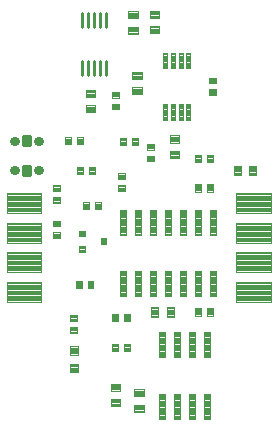
<source format=gbr>
G04 EAGLE Gerber RS-274X export*
G75*
%MOMM*%
%FSLAX34Y34*%
%LPD*%
%INSolderpaste Top*%
%IPPOS*%
%AMOC8*
5,1,8,0,0,1.08239X$1,22.5*%
G01*
%ADD10C,0.250000*%
%ADD11C,0.105000*%
%ADD12C,0.099000*%
%ADD13C,0.102000*%
%ADD14C,0.800000*%
%ADD15C,0.400000*%
%ADD16C,0.104000*%
%ADD17C,0.103631*%
%ADD18C,0.108000*%


D10*
X87000Y353250D02*
X87000Y341250D01*
X82000Y341250D02*
X82000Y353250D01*
X77000Y353250D02*
X77000Y341250D01*
X72000Y341250D02*
X72000Y353250D01*
X67000Y353250D02*
X67000Y341250D01*
X87000Y312750D02*
X87000Y300750D01*
X82000Y300750D02*
X82000Y312750D01*
X77000Y312750D02*
X77000Y300750D01*
X72000Y300750D02*
X72000Y312750D01*
X67000Y312750D02*
X67000Y300750D01*
D11*
X117353Y290159D02*
X117353Y284209D01*
X109403Y284209D01*
X109403Y290159D01*
X117353Y290159D01*
X117353Y285206D02*
X109403Y285206D01*
X109403Y286203D02*
X117353Y286203D01*
X117353Y287200D02*
X109403Y287200D01*
X109403Y288197D02*
X117353Y288197D01*
X117353Y289194D02*
X109403Y289194D01*
X117353Y297209D02*
X117353Y303159D01*
X117353Y297209D02*
X109403Y297209D01*
X109403Y303159D01*
X117353Y303159D01*
X117353Y298206D02*
X109403Y298206D01*
X109403Y299203D02*
X117353Y299203D01*
X117353Y300200D02*
X109403Y300200D01*
X109403Y301197D02*
X117353Y301197D01*
X117353Y302194D02*
X109403Y302194D01*
X77975Y274975D02*
X77975Y269025D01*
X70025Y269025D01*
X70025Y274975D01*
X77975Y274975D01*
X77975Y270022D02*
X70025Y270022D01*
X70025Y271019D02*
X77975Y271019D01*
X77975Y272016D02*
X70025Y272016D01*
X70025Y273013D02*
X77975Y273013D01*
X77975Y274010D02*
X70025Y274010D01*
X77975Y282025D02*
X77975Y287975D01*
X77975Y282025D02*
X70025Y282025D01*
X70025Y287975D01*
X77975Y287975D01*
X77975Y283022D02*
X70025Y283022D01*
X70025Y284019D02*
X77975Y284019D01*
X77975Y285016D02*
X70025Y285016D01*
X70025Y286013D02*
X77975Y286013D01*
X77975Y287010D02*
X70025Y287010D01*
X148975Y236475D02*
X148975Y230525D01*
X141025Y230525D01*
X141025Y236475D01*
X148975Y236475D01*
X148975Y231522D02*
X141025Y231522D01*
X141025Y232519D02*
X148975Y232519D01*
X148975Y233516D02*
X141025Y233516D01*
X141025Y234513D02*
X148975Y234513D01*
X148975Y235510D02*
X141025Y235510D01*
X148975Y243525D02*
X148975Y249475D01*
X148975Y243525D02*
X141025Y243525D01*
X141025Y249475D01*
X148975Y249475D01*
X148975Y244522D02*
X141025Y244522D01*
X141025Y245519D02*
X148975Y245519D01*
X148975Y246516D02*
X141025Y246516D01*
X141025Y247513D02*
X148975Y247513D01*
X148975Y248510D02*
X141025Y248510D01*
X195525Y216025D02*
X201475Y216025D01*
X195525Y216025D02*
X195525Y223975D01*
X201475Y223975D01*
X201475Y216025D01*
X201475Y217022D02*
X195525Y217022D01*
X195525Y218019D02*
X201475Y218019D01*
X201475Y219016D02*
X195525Y219016D01*
X195525Y220013D02*
X201475Y220013D01*
X201475Y221010D02*
X195525Y221010D01*
X195525Y222007D02*
X201475Y222007D01*
X201475Y223004D02*
X195525Y223004D01*
X208525Y216025D02*
X214475Y216025D01*
X208525Y216025D02*
X208525Y223975D01*
X214475Y223975D01*
X214475Y216025D01*
X214475Y217022D02*
X208525Y217022D01*
X208525Y218019D02*
X214475Y218019D01*
X214475Y219016D02*
X208525Y219016D01*
X208525Y220013D02*
X214475Y220013D01*
X214475Y221010D02*
X208525Y221010D01*
X208525Y222007D02*
X214475Y222007D01*
X214475Y223004D02*
X208525Y223004D01*
X131475Y96025D02*
X125525Y96025D01*
X125525Y103975D01*
X131475Y103975D01*
X131475Y96025D01*
X131475Y97022D02*
X125525Y97022D01*
X125525Y98019D02*
X131475Y98019D01*
X131475Y99016D02*
X125525Y99016D01*
X125525Y100013D02*
X131475Y100013D01*
X131475Y101010D02*
X125525Y101010D01*
X125525Y102007D02*
X131475Y102007D01*
X131475Y103004D02*
X125525Y103004D01*
X138525Y96025D02*
X144475Y96025D01*
X138525Y96025D02*
X138525Y103975D01*
X144475Y103975D01*
X144475Y96025D01*
X144475Y97022D02*
X138525Y97022D01*
X138525Y98019D02*
X144475Y98019D01*
X144475Y99016D02*
X138525Y99016D01*
X138525Y100013D02*
X144475Y100013D01*
X144475Y101010D02*
X138525Y101010D01*
X138525Y102007D02*
X144475Y102007D01*
X144475Y103004D02*
X138525Y103004D01*
X91025Y39475D02*
X91025Y33525D01*
X91025Y39475D02*
X98975Y39475D01*
X98975Y33525D01*
X91025Y33525D01*
X91025Y34522D02*
X98975Y34522D01*
X98975Y35519D02*
X91025Y35519D01*
X91025Y36516D02*
X98975Y36516D01*
X98975Y37513D02*
X91025Y37513D01*
X91025Y38510D02*
X98975Y38510D01*
X91025Y26475D02*
X91025Y20525D01*
X91025Y26475D02*
X98975Y26475D01*
X98975Y20525D01*
X91025Y20525D01*
X91025Y21522D02*
X98975Y21522D01*
X98975Y22519D02*
X91025Y22519D01*
X91025Y23516D02*
X98975Y23516D01*
X98975Y24513D02*
X91025Y24513D01*
X91025Y25510D02*
X98975Y25510D01*
X118975Y21475D02*
X118975Y15525D01*
X111025Y15525D01*
X111025Y21475D01*
X118975Y21475D01*
X118975Y16522D02*
X111025Y16522D01*
X111025Y17519D02*
X118975Y17519D01*
X118975Y18516D02*
X111025Y18516D01*
X111025Y19513D02*
X118975Y19513D01*
X118975Y20510D02*
X111025Y20510D01*
X118975Y28525D02*
X118975Y34475D01*
X118975Y28525D02*
X111025Y28525D01*
X111025Y34475D01*
X118975Y34475D01*
X118975Y29522D02*
X111025Y29522D01*
X111025Y30519D02*
X118975Y30519D01*
X118975Y31516D02*
X111025Y31516D01*
X111025Y32513D02*
X118975Y32513D01*
X118975Y33510D02*
X111025Y33510D01*
X113975Y335525D02*
X113975Y341475D01*
X113975Y335525D02*
X106025Y335525D01*
X106025Y341475D01*
X113975Y341475D01*
X113975Y336522D02*
X106025Y336522D01*
X106025Y337519D02*
X113975Y337519D01*
X113975Y338516D02*
X106025Y338516D01*
X106025Y339513D02*
X113975Y339513D01*
X113975Y340510D02*
X106025Y340510D01*
X113975Y348525D02*
X113975Y354475D01*
X113975Y348525D02*
X106025Y348525D01*
X106025Y354475D01*
X113975Y354475D01*
X113975Y349522D02*
X106025Y349522D01*
X106025Y350519D02*
X113975Y350519D01*
X113975Y351516D02*
X106025Y351516D01*
X106025Y352513D02*
X113975Y352513D01*
X113975Y353510D02*
X106025Y353510D01*
X131975Y341975D02*
X131975Y336025D01*
X124025Y336025D01*
X124025Y341975D01*
X131975Y341975D01*
X131975Y337022D02*
X124025Y337022D01*
X124025Y338019D02*
X131975Y338019D01*
X131975Y339016D02*
X124025Y339016D01*
X124025Y340013D02*
X131975Y340013D01*
X131975Y341010D02*
X124025Y341010D01*
X131975Y349025D02*
X131975Y354975D01*
X131975Y349025D02*
X124025Y349025D01*
X124025Y354975D01*
X131975Y354975D01*
X131975Y350022D02*
X124025Y350022D01*
X124025Y351019D02*
X131975Y351019D01*
X131975Y352016D02*
X124025Y352016D01*
X124025Y353013D02*
X131975Y353013D01*
X131975Y354010D02*
X124025Y354010D01*
D12*
X64495Y169005D02*
X64495Y163995D01*
X64495Y169005D02*
X69005Y169005D01*
X69005Y163995D01*
X64495Y163995D01*
X64495Y164935D02*
X69005Y164935D01*
X69005Y165875D02*
X64495Y165875D01*
X64495Y166815D02*
X69005Y166815D01*
X69005Y167755D02*
X64495Y167755D01*
X64495Y168695D02*
X69005Y168695D01*
X64495Y156005D02*
X64495Y150995D01*
X64495Y156005D02*
X69005Y156005D01*
X69005Y150995D01*
X64495Y150995D01*
X64495Y151935D02*
X69005Y151935D01*
X69005Y152875D02*
X64495Y152875D01*
X64495Y153815D02*
X69005Y153815D01*
X69005Y154755D02*
X64495Y154755D01*
X64495Y155695D02*
X69005Y155695D01*
X82995Y157495D02*
X82995Y162505D01*
X87505Y162505D01*
X87505Y157495D01*
X82995Y157495D01*
X82995Y158435D02*
X87505Y158435D01*
X87505Y159375D02*
X82995Y159375D01*
X82995Y160315D02*
X87505Y160315D01*
X87505Y161255D02*
X82995Y161255D01*
X82995Y162195D02*
X87505Y162195D01*
D13*
X162910Y186490D02*
X167890Y186490D01*
X167890Y165510D01*
X162910Y165510D01*
X162910Y186490D01*
X162910Y166479D02*
X167890Y166479D01*
X167890Y167448D02*
X162910Y167448D01*
X162910Y168417D02*
X167890Y168417D01*
X167890Y169386D02*
X162910Y169386D01*
X162910Y170355D02*
X167890Y170355D01*
X167890Y171324D02*
X162910Y171324D01*
X162910Y172293D02*
X167890Y172293D01*
X167890Y173262D02*
X162910Y173262D01*
X162910Y174231D02*
X167890Y174231D01*
X167890Y175200D02*
X162910Y175200D01*
X162910Y176169D02*
X167890Y176169D01*
X167890Y177138D02*
X162910Y177138D01*
X162910Y178107D02*
X167890Y178107D01*
X167890Y179076D02*
X162910Y179076D01*
X162910Y180045D02*
X167890Y180045D01*
X167890Y181014D02*
X162910Y181014D01*
X162910Y181983D02*
X167890Y181983D01*
X167890Y182952D02*
X162910Y182952D01*
X162910Y183921D02*
X167890Y183921D01*
X167890Y184890D02*
X162910Y184890D01*
X162910Y185859D02*
X167890Y185859D01*
X167890Y134490D02*
X162910Y134490D01*
X167890Y134490D02*
X167890Y113510D01*
X162910Y113510D01*
X162910Y134490D01*
X162910Y114479D02*
X167890Y114479D01*
X167890Y115448D02*
X162910Y115448D01*
X162910Y116417D02*
X167890Y116417D01*
X167890Y117386D02*
X162910Y117386D01*
X162910Y118355D02*
X167890Y118355D01*
X167890Y119324D02*
X162910Y119324D01*
X162910Y120293D02*
X167890Y120293D01*
X167890Y121262D02*
X162910Y121262D01*
X162910Y122231D02*
X167890Y122231D01*
X167890Y123200D02*
X162910Y123200D01*
X162910Y124169D02*
X167890Y124169D01*
X167890Y125138D02*
X162910Y125138D01*
X162910Y126107D02*
X167890Y126107D01*
X167890Y127076D02*
X162910Y127076D01*
X162910Y128045D02*
X167890Y128045D01*
X167890Y129014D02*
X162910Y129014D01*
X162910Y129983D02*
X167890Y129983D01*
X167890Y130952D02*
X162910Y130952D01*
X162910Y131921D02*
X167890Y131921D01*
X167890Y132890D02*
X162910Y132890D01*
X162910Y133859D02*
X167890Y133859D01*
X175610Y186490D02*
X180590Y186490D01*
X180590Y165510D01*
X175610Y165510D01*
X175610Y186490D01*
X175610Y166479D02*
X180590Y166479D01*
X180590Y167448D02*
X175610Y167448D01*
X175610Y168417D02*
X180590Y168417D01*
X180590Y169386D02*
X175610Y169386D01*
X175610Y170355D02*
X180590Y170355D01*
X180590Y171324D02*
X175610Y171324D01*
X175610Y172293D02*
X180590Y172293D01*
X180590Y173262D02*
X175610Y173262D01*
X175610Y174231D02*
X180590Y174231D01*
X180590Y175200D02*
X175610Y175200D01*
X175610Y176169D02*
X180590Y176169D01*
X180590Y177138D02*
X175610Y177138D01*
X175610Y178107D02*
X180590Y178107D01*
X180590Y179076D02*
X175610Y179076D01*
X175610Y180045D02*
X180590Y180045D01*
X180590Y181014D02*
X175610Y181014D01*
X175610Y181983D02*
X180590Y181983D01*
X180590Y182952D02*
X175610Y182952D01*
X175610Y183921D02*
X180590Y183921D01*
X180590Y184890D02*
X175610Y184890D01*
X175610Y185859D02*
X180590Y185859D01*
X155190Y186490D02*
X150210Y186490D01*
X155190Y186490D02*
X155190Y165510D01*
X150210Y165510D01*
X150210Y186490D01*
X150210Y166479D02*
X155190Y166479D01*
X155190Y167448D02*
X150210Y167448D01*
X150210Y168417D02*
X155190Y168417D01*
X155190Y169386D02*
X150210Y169386D01*
X150210Y170355D02*
X155190Y170355D01*
X155190Y171324D02*
X150210Y171324D01*
X150210Y172293D02*
X155190Y172293D01*
X155190Y173262D02*
X150210Y173262D01*
X150210Y174231D02*
X155190Y174231D01*
X155190Y175200D02*
X150210Y175200D01*
X150210Y176169D02*
X155190Y176169D01*
X155190Y177138D02*
X150210Y177138D01*
X150210Y178107D02*
X155190Y178107D01*
X155190Y179076D02*
X150210Y179076D01*
X150210Y180045D02*
X155190Y180045D01*
X155190Y181014D02*
X150210Y181014D01*
X150210Y181983D02*
X155190Y181983D01*
X155190Y182952D02*
X150210Y182952D01*
X150210Y183921D02*
X155190Y183921D01*
X155190Y184890D02*
X150210Y184890D01*
X150210Y185859D02*
X155190Y185859D01*
X142490Y186490D02*
X137510Y186490D01*
X142490Y186490D02*
X142490Y165510D01*
X137510Y165510D01*
X137510Y186490D01*
X137510Y166479D02*
X142490Y166479D01*
X142490Y167448D02*
X137510Y167448D01*
X137510Y168417D02*
X142490Y168417D01*
X142490Y169386D02*
X137510Y169386D01*
X137510Y170355D02*
X142490Y170355D01*
X142490Y171324D02*
X137510Y171324D01*
X137510Y172293D02*
X142490Y172293D01*
X142490Y173262D02*
X137510Y173262D01*
X137510Y174231D02*
X142490Y174231D01*
X142490Y175200D02*
X137510Y175200D01*
X137510Y176169D02*
X142490Y176169D01*
X142490Y177138D02*
X137510Y177138D01*
X137510Y178107D02*
X142490Y178107D01*
X142490Y179076D02*
X137510Y179076D01*
X137510Y180045D02*
X142490Y180045D01*
X142490Y181014D02*
X137510Y181014D01*
X137510Y181983D02*
X142490Y181983D01*
X142490Y182952D02*
X137510Y182952D01*
X137510Y183921D02*
X142490Y183921D01*
X142490Y184890D02*
X137510Y184890D01*
X137510Y185859D02*
X142490Y185859D01*
X175610Y134490D02*
X180590Y134490D01*
X180590Y113510D01*
X175610Y113510D01*
X175610Y134490D01*
X175610Y114479D02*
X180590Y114479D01*
X180590Y115448D02*
X175610Y115448D01*
X175610Y116417D02*
X180590Y116417D01*
X180590Y117386D02*
X175610Y117386D01*
X175610Y118355D02*
X180590Y118355D01*
X180590Y119324D02*
X175610Y119324D01*
X175610Y120293D02*
X180590Y120293D01*
X180590Y121262D02*
X175610Y121262D01*
X175610Y122231D02*
X180590Y122231D01*
X180590Y123200D02*
X175610Y123200D01*
X175610Y124169D02*
X180590Y124169D01*
X180590Y125138D02*
X175610Y125138D01*
X175610Y126107D02*
X180590Y126107D01*
X180590Y127076D02*
X175610Y127076D01*
X175610Y128045D02*
X180590Y128045D01*
X180590Y129014D02*
X175610Y129014D01*
X175610Y129983D02*
X180590Y129983D01*
X180590Y130952D02*
X175610Y130952D01*
X175610Y131921D02*
X180590Y131921D01*
X180590Y132890D02*
X175610Y132890D01*
X175610Y133859D02*
X180590Y133859D01*
X155190Y134490D02*
X150210Y134490D01*
X155190Y134490D02*
X155190Y113510D01*
X150210Y113510D01*
X150210Y134490D01*
X150210Y114479D02*
X155190Y114479D01*
X155190Y115448D02*
X150210Y115448D01*
X150210Y116417D02*
X155190Y116417D01*
X155190Y117386D02*
X150210Y117386D01*
X150210Y118355D02*
X155190Y118355D01*
X155190Y119324D02*
X150210Y119324D01*
X150210Y120293D02*
X155190Y120293D01*
X155190Y121262D02*
X150210Y121262D01*
X150210Y122231D02*
X155190Y122231D01*
X155190Y123200D02*
X150210Y123200D01*
X150210Y124169D02*
X155190Y124169D01*
X155190Y125138D02*
X150210Y125138D01*
X150210Y126107D02*
X155190Y126107D01*
X155190Y127076D02*
X150210Y127076D01*
X150210Y128045D02*
X155190Y128045D01*
X155190Y129014D02*
X150210Y129014D01*
X150210Y129983D02*
X155190Y129983D01*
X155190Y130952D02*
X150210Y130952D01*
X150210Y131921D02*
X155190Y131921D01*
X155190Y132890D02*
X150210Y132890D01*
X150210Y133859D02*
X155190Y133859D01*
X142490Y134490D02*
X137510Y134490D01*
X142490Y134490D02*
X142490Y113510D01*
X137510Y113510D01*
X137510Y134490D01*
X137510Y114479D02*
X142490Y114479D01*
X142490Y115448D02*
X137510Y115448D01*
X137510Y116417D02*
X142490Y116417D01*
X142490Y117386D02*
X137510Y117386D01*
X137510Y118355D02*
X142490Y118355D01*
X142490Y119324D02*
X137510Y119324D01*
X137510Y120293D02*
X142490Y120293D01*
X142490Y121262D02*
X137510Y121262D01*
X137510Y122231D02*
X142490Y122231D01*
X142490Y123200D02*
X137510Y123200D01*
X137510Y124169D02*
X142490Y124169D01*
X142490Y125138D02*
X137510Y125138D01*
X137510Y126107D02*
X142490Y126107D01*
X142490Y127076D02*
X137510Y127076D01*
X137510Y128045D02*
X142490Y128045D01*
X142490Y129014D02*
X137510Y129014D01*
X137510Y129983D02*
X142490Y129983D01*
X142490Y130952D02*
X137510Y130952D01*
X137510Y131921D02*
X142490Y131921D01*
X142490Y132890D02*
X137510Y132890D01*
X137510Y133859D02*
X142490Y133859D01*
X117090Y186490D02*
X112110Y186490D01*
X117090Y186490D02*
X117090Y165510D01*
X112110Y165510D01*
X112110Y186490D01*
X112110Y166479D02*
X117090Y166479D01*
X117090Y167448D02*
X112110Y167448D01*
X112110Y168417D02*
X117090Y168417D01*
X117090Y169386D02*
X112110Y169386D01*
X112110Y170355D02*
X117090Y170355D01*
X117090Y171324D02*
X112110Y171324D01*
X112110Y172293D02*
X117090Y172293D01*
X117090Y173262D02*
X112110Y173262D01*
X112110Y174231D02*
X117090Y174231D01*
X117090Y175200D02*
X112110Y175200D01*
X112110Y176169D02*
X117090Y176169D01*
X117090Y177138D02*
X112110Y177138D01*
X112110Y178107D02*
X117090Y178107D01*
X117090Y179076D02*
X112110Y179076D01*
X112110Y180045D02*
X117090Y180045D01*
X117090Y181014D02*
X112110Y181014D01*
X112110Y181983D02*
X117090Y181983D01*
X117090Y182952D02*
X112110Y182952D01*
X112110Y183921D02*
X117090Y183921D01*
X117090Y184890D02*
X112110Y184890D01*
X112110Y185859D02*
X117090Y185859D01*
X117090Y134490D02*
X112110Y134490D01*
X117090Y134490D02*
X117090Y113510D01*
X112110Y113510D01*
X112110Y134490D01*
X112110Y114479D02*
X117090Y114479D01*
X117090Y115448D02*
X112110Y115448D01*
X112110Y116417D02*
X117090Y116417D01*
X117090Y117386D02*
X112110Y117386D01*
X112110Y118355D02*
X117090Y118355D01*
X117090Y119324D02*
X112110Y119324D01*
X112110Y120293D02*
X117090Y120293D01*
X117090Y121262D02*
X112110Y121262D01*
X112110Y122231D02*
X117090Y122231D01*
X117090Y123200D02*
X112110Y123200D01*
X112110Y124169D02*
X117090Y124169D01*
X117090Y125138D02*
X112110Y125138D01*
X112110Y126107D02*
X117090Y126107D01*
X117090Y127076D02*
X112110Y127076D01*
X112110Y128045D02*
X117090Y128045D01*
X117090Y129014D02*
X112110Y129014D01*
X112110Y129983D02*
X117090Y129983D01*
X117090Y130952D02*
X112110Y130952D01*
X112110Y131921D02*
X117090Y131921D01*
X117090Y132890D02*
X112110Y132890D01*
X112110Y133859D02*
X117090Y133859D01*
X124810Y186490D02*
X129790Y186490D01*
X129790Y165510D01*
X124810Y165510D01*
X124810Y186490D01*
X124810Y166479D02*
X129790Y166479D01*
X129790Y167448D02*
X124810Y167448D01*
X124810Y168417D02*
X129790Y168417D01*
X129790Y169386D02*
X124810Y169386D01*
X124810Y170355D02*
X129790Y170355D01*
X129790Y171324D02*
X124810Y171324D01*
X124810Y172293D02*
X129790Y172293D01*
X129790Y173262D02*
X124810Y173262D01*
X124810Y174231D02*
X129790Y174231D01*
X129790Y175200D02*
X124810Y175200D01*
X124810Y176169D02*
X129790Y176169D01*
X129790Y177138D02*
X124810Y177138D01*
X124810Y178107D02*
X129790Y178107D01*
X129790Y179076D02*
X124810Y179076D01*
X124810Y180045D02*
X129790Y180045D01*
X129790Y181014D02*
X124810Y181014D01*
X124810Y181983D02*
X129790Y181983D01*
X129790Y182952D02*
X124810Y182952D01*
X124810Y183921D02*
X129790Y183921D01*
X129790Y184890D02*
X124810Y184890D01*
X124810Y185859D02*
X129790Y185859D01*
X104390Y186490D02*
X99410Y186490D01*
X104390Y186490D02*
X104390Y165510D01*
X99410Y165510D01*
X99410Y186490D01*
X99410Y166479D02*
X104390Y166479D01*
X104390Y167448D02*
X99410Y167448D01*
X99410Y168417D02*
X104390Y168417D01*
X104390Y169386D02*
X99410Y169386D01*
X99410Y170355D02*
X104390Y170355D01*
X104390Y171324D02*
X99410Y171324D01*
X99410Y172293D02*
X104390Y172293D01*
X104390Y173262D02*
X99410Y173262D01*
X99410Y174231D02*
X104390Y174231D01*
X104390Y175200D02*
X99410Y175200D01*
X99410Y176169D02*
X104390Y176169D01*
X104390Y177138D02*
X99410Y177138D01*
X99410Y178107D02*
X104390Y178107D01*
X104390Y179076D02*
X99410Y179076D01*
X99410Y180045D02*
X104390Y180045D01*
X104390Y181014D02*
X99410Y181014D01*
X99410Y181983D02*
X104390Y181983D01*
X104390Y182952D02*
X99410Y182952D01*
X99410Y183921D02*
X104390Y183921D01*
X104390Y184890D02*
X99410Y184890D01*
X99410Y185859D02*
X104390Y185859D01*
X124810Y134490D02*
X129790Y134490D01*
X129790Y113510D01*
X124810Y113510D01*
X124810Y134490D01*
X124810Y114479D02*
X129790Y114479D01*
X129790Y115448D02*
X124810Y115448D01*
X124810Y116417D02*
X129790Y116417D01*
X129790Y117386D02*
X124810Y117386D01*
X124810Y118355D02*
X129790Y118355D01*
X129790Y119324D02*
X124810Y119324D01*
X124810Y120293D02*
X129790Y120293D01*
X129790Y121262D02*
X124810Y121262D01*
X124810Y122231D02*
X129790Y122231D01*
X129790Y123200D02*
X124810Y123200D01*
X124810Y124169D02*
X129790Y124169D01*
X129790Y125138D02*
X124810Y125138D01*
X124810Y126107D02*
X129790Y126107D01*
X129790Y127076D02*
X124810Y127076D01*
X124810Y128045D02*
X129790Y128045D01*
X129790Y129014D02*
X124810Y129014D01*
X124810Y129983D02*
X129790Y129983D01*
X129790Y130952D02*
X124810Y130952D01*
X124810Y131921D02*
X129790Y131921D01*
X129790Y132890D02*
X124810Y132890D01*
X124810Y133859D02*
X129790Y133859D01*
X104390Y134490D02*
X99410Y134490D01*
X104390Y134490D02*
X104390Y113510D01*
X99410Y113510D01*
X99410Y134490D01*
X99410Y114479D02*
X104390Y114479D01*
X104390Y115448D02*
X99410Y115448D01*
X99410Y116417D02*
X104390Y116417D01*
X104390Y117386D02*
X99410Y117386D01*
X99410Y118355D02*
X104390Y118355D01*
X104390Y119324D02*
X99410Y119324D01*
X99410Y120293D02*
X104390Y120293D01*
X104390Y121262D02*
X99410Y121262D01*
X99410Y122231D02*
X104390Y122231D01*
X104390Y123200D02*
X99410Y123200D01*
X99410Y124169D02*
X104390Y124169D01*
X104390Y125138D02*
X99410Y125138D01*
X99410Y126107D02*
X104390Y126107D01*
X104390Y127076D02*
X99410Y127076D01*
X99410Y128045D02*
X104390Y128045D01*
X104390Y129014D02*
X99410Y129014D01*
X99410Y129983D02*
X104390Y129983D01*
X104390Y130952D02*
X99410Y130952D01*
X99410Y131921D02*
X104390Y131921D01*
X104390Y132890D02*
X99410Y132890D01*
X99410Y133859D02*
X104390Y133859D01*
D14*
X30605Y220000D02*
X29715Y220000D01*
D15*
X18000Y217000D02*
X18000Y223000D01*
X22000Y223000D01*
X22000Y217000D01*
X18000Y217000D01*
X18000Y220800D02*
X22000Y220800D01*
D14*
X10285Y220000D02*
X9395Y220000D01*
X29715Y245000D02*
X30605Y245000D01*
D15*
X18000Y242000D02*
X18000Y248000D01*
X22000Y248000D01*
X22000Y242000D01*
X18000Y242000D01*
X18000Y245800D02*
X22000Y245800D01*
D14*
X10285Y245000D02*
X9395Y245000D01*
D16*
X56520Y55980D02*
X63480Y55980D01*
X63480Y49020D01*
X56520Y49020D01*
X56520Y55980D01*
X56520Y50008D02*
X63480Y50008D01*
X63480Y50996D02*
X56520Y50996D01*
X56520Y51984D02*
X63480Y51984D01*
X63480Y52972D02*
X56520Y52972D01*
X56520Y53960D02*
X63480Y53960D01*
X63480Y54948D02*
X56520Y54948D01*
X56520Y55936D02*
X63480Y55936D01*
X63480Y70980D02*
X56520Y70980D01*
X63480Y70980D02*
X63480Y64020D01*
X56520Y64020D01*
X56520Y70980D01*
X56520Y65008D02*
X63480Y65008D01*
X63480Y65996D02*
X56520Y65996D01*
X56520Y66984D02*
X63480Y66984D01*
X63480Y67972D02*
X56520Y67972D01*
X56520Y68960D02*
X63480Y68960D01*
X63480Y69948D02*
X56520Y69948D01*
X56520Y70936D02*
X63480Y70936D01*
D17*
X155011Y306250D02*
X155011Y319438D01*
X158293Y319438D01*
X158293Y306250D01*
X155011Y306250D01*
X155011Y307234D02*
X158293Y307234D01*
X158293Y308218D02*
X155011Y308218D01*
X155011Y309202D02*
X158293Y309202D01*
X158293Y310186D02*
X155011Y310186D01*
X155011Y311170D02*
X158293Y311170D01*
X158293Y312154D02*
X155011Y312154D01*
X155011Y313138D02*
X158293Y313138D01*
X158293Y314122D02*
X155011Y314122D01*
X155011Y315106D02*
X158293Y315106D01*
X158293Y316090D02*
X155011Y316090D01*
X155011Y317074D02*
X158293Y317074D01*
X158293Y318058D02*
X155011Y318058D01*
X155011Y319042D02*
X158293Y319042D01*
X148661Y319438D02*
X148661Y306250D01*
X148661Y319438D02*
X151943Y319438D01*
X151943Y306250D01*
X148661Y306250D01*
X148661Y307234D02*
X151943Y307234D01*
X151943Y308218D02*
X148661Y308218D01*
X148661Y309202D02*
X151943Y309202D01*
X151943Y310186D02*
X148661Y310186D01*
X148661Y311170D02*
X151943Y311170D01*
X151943Y312154D02*
X148661Y312154D01*
X148661Y313138D02*
X151943Y313138D01*
X151943Y314122D02*
X148661Y314122D01*
X148661Y315106D02*
X151943Y315106D01*
X151943Y316090D02*
X148661Y316090D01*
X148661Y317074D02*
X151943Y317074D01*
X151943Y318058D02*
X148661Y318058D01*
X148661Y319042D02*
X151943Y319042D01*
X142057Y319438D02*
X142057Y306250D01*
X142057Y319438D02*
X145339Y319438D01*
X145339Y306250D01*
X142057Y306250D01*
X142057Y307234D02*
X145339Y307234D01*
X145339Y308218D02*
X142057Y308218D01*
X142057Y309202D02*
X145339Y309202D01*
X145339Y310186D02*
X142057Y310186D01*
X142057Y311170D02*
X145339Y311170D01*
X145339Y312154D02*
X142057Y312154D01*
X142057Y313138D02*
X145339Y313138D01*
X145339Y314122D02*
X142057Y314122D01*
X142057Y315106D02*
X145339Y315106D01*
X145339Y316090D02*
X142057Y316090D01*
X142057Y317074D02*
X145339Y317074D01*
X145339Y318058D02*
X142057Y318058D01*
X142057Y319042D02*
X145339Y319042D01*
X135707Y319438D02*
X135707Y306250D01*
X135707Y319438D02*
X138989Y319438D01*
X138989Y306250D01*
X135707Y306250D01*
X135707Y307234D02*
X138989Y307234D01*
X138989Y308218D02*
X135707Y308218D01*
X135707Y309202D02*
X138989Y309202D01*
X138989Y310186D02*
X135707Y310186D01*
X135707Y311170D02*
X138989Y311170D01*
X138989Y312154D02*
X135707Y312154D01*
X135707Y313138D02*
X138989Y313138D01*
X138989Y314122D02*
X135707Y314122D01*
X135707Y315106D02*
X138989Y315106D01*
X138989Y316090D02*
X135707Y316090D01*
X135707Y317074D02*
X138989Y317074D01*
X138989Y318058D02*
X135707Y318058D01*
X135707Y319042D02*
X138989Y319042D01*
X135707Y275750D02*
X135707Y262562D01*
X135707Y275750D02*
X138989Y275750D01*
X138989Y262562D01*
X135707Y262562D01*
X135707Y263546D02*
X138989Y263546D01*
X138989Y264530D02*
X135707Y264530D01*
X135707Y265514D02*
X138989Y265514D01*
X138989Y266498D02*
X135707Y266498D01*
X135707Y267482D02*
X138989Y267482D01*
X138989Y268466D02*
X135707Y268466D01*
X135707Y269450D02*
X138989Y269450D01*
X138989Y270434D02*
X135707Y270434D01*
X135707Y271418D02*
X138989Y271418D01*
X138989Y272402D02*
X135707Y272402D01*
X135707Y273386D02*
X138989Y273386D01*
X138989Y274370D02*
X135707Y274370D01*
X135707Y275354D02*
X138989Y275354D01*
X142057Y275750D02*
X142057Y262562D01*
X142057Y275750D02*
X145339Y275750D01*
X145339Y262562D01*
X142057Y262562D01*
X142057Y263546D02*
X145339Y263546D01*
X145339Y264530D02*
X142057Y264530D01*
X142057Y265514D02*
X145339Y265514D01*
X145339Y266498D02*
X142057Y266498D01*
X142057Y267482D02*
X145339Y267482D01*
X145339Y268466D02*
X142057Y268466D01*
X142057Y269450D02*
X145339Y269450D01*
X145339Y270434D02*
X142057Y270434D01*
X142057Y271418D02*
X145339Y271418D01*
X145339Y272402D02*
X142057Y272402D01*
X142057Y273386D02*
X145339Y273386D01*
X145339Y274370D02*
X142057Y274370D01*
X142057Y275354D02*
X145339Y275354D01*
X148661Y275750D02*
X148661Y262562D01*
X148661Y275750D02*
X151943Y275750D01*
X151943Y262562D01*
X148661Y262562D01*
X148661Y263546D02*
X151943Y263546D01*
X151943Y264530D02*
X148661Y264530D01*
X148661Y265514D02*
X151943Y265514D01*
X151943Y266498D02*
X148661Y266498D01*
X148661Y267482D02*
X151943Y267482D01*
X151943Y268466D02*
X148661Y268466D01*
X148661Y269450D02*
X151943Y269450D01*
X151943Y270434D02*
X148661Y270434D01*
X148661Y271418D02*
X151943Y271418D01*
X151943Y272402D02*
X148661Y272402D01*
X148661Y273386D02*
X151943Y273386D01*
X151943Y274370D02*
X148661Y274370D01*
X148661Y275354D02*
X151943Y275354D01*
X155011Y275750D02*
X155011Y262562D01*
X155011Y275750D02*
X158293Y275750D01*
X158293Y262562D01*
X155011Y262562D01*
X155011Y263546D02*
X158293Y263546D01*
X158293Y264530D02*
X155011Y264530D01*
X155011Y265514D02*
X158293Y265514D01*
X158293Y266498D02*
X155011Y266498D01*
X155011Y267482D02*
X158293Y267482D01*
X158293Y268466D02*
X155011Y268466D01*
X155011Y269450D02*
X158293Y269450D01*
X158293Y270434D02*
X155011Y270434D01*
X155011Y271418D02*
X158293Y271418D01*
X158293Y272402D02*
X155011Y272402D01*
X155011Y273386D02*
X158293Y273386D01*
X158293Y274370D02*
X155011Y274370D01*
X155011Y275354D02*
X158293Y275354D01*
D13*
X174010Y293510D02*
X174010Y298490D01*
X179990Y298490D01*
X179990Y293510D01*
X174010Y293510D01*
X174010Y294479D02*
X179990Y294479D01*
X179990Y295448D02*
X174010Y295448D01*
X174010Y296417D02*
X179990Y296417D01*
X179990Y297386D02*
X174010Y297386D01*
X174010Y298355D02*
X179990Y298355D01*
X174010Y288490D02*
X174010Y283510D01*
X174010Y288490D02*
X179990Y288490D01*
X179990Y283510D01*
X174010Y283510D01*
X174010Y284479D02*
X179990Y284479D01*
X179990Y285448D02*
X174010Y285448D01*
X174010Y286417D02*
X179990Y286417D01*
X179990Y287386D02*
X174010Y287386D01*
X174010Y288355D02*
X179990Y288355D01*
X107490Y97990D02*
X102510Y97990D01*
X107490Y97990D02*
X107490Y92010D01*
X102510Y92010D01*
X102510Y97990D01*
X102510Y92979D02*
X107490Y92979D01*
X107490Y93948D02*
X102510Y93948D01*
X102510Y94917D02*
X107490Y94917D01*
X107490Y95886D02*
X102510Y95886D01*
X102510Y96855D02*
X107490Y96855D01*
X107490Y97824D02*
X102510Y97824D01*
X97490Y97990D02*
X92510Y97990D01*
X97490Y97990D02*
X97490Y92010D01*
X92510Y92010D01*
X92510Y97990D01*
X92510Y92979D02*
X97490Y92979D01*
X97490Y93948D02*
X92510Y93948D01*
X92510Y94917D02*
X97490Y94917D01*
X97490Y95886D02*
X92510Y95886D01*
X92510Y96855D02*
X97490Y96855D01*
X97490Y97824D02*
X92510Y97824D01*
X92510Y67010D02*
X97490Y67010D01*
X92510Y67010D02*
X92510Y72990D01*
X97490Y72990D01*
X97490Y67010D01*
X97490Y67979D02*
X92510Y67979D01*
X92510Y68948D02*
X97490Y68948D01*
X97490Y69917D02*
X92510Y69917D01*
X92510Y70886D02*
X97490Y70886D01*
X97490Y71855D02*
X92510Y71855D01*
X92510Y72824D02*
X97490Y72824D01*
X102510Y67010D02*
X107490Y67010D01*
X102510Y67010D02*
X102510Y72990D01*
X107490Y72990D01*
X107490Y67010D01*
X107490Y67979D02*
X102510Y67979D01*
X102510Y68948D02*
X107490Y68948D01*
X107490Y69917D02*
X102510Y69917D01*
X102510Y70886D02*
X107490Y70886D01*
X107490Y71855D02*
X102510Y71855D01*
X102510Y72824D02*
X107490Y72824D01*
X82490Y192990D02*
X77510Y192990D01*
X82490Y192990D02*
X82490Y187010D01*
X77510Y187010D01*
X77510Y192990D01*
X77510Y187979D02*
X82490Y187979D01*
X82490Y188948D02*
X77510Y188948D01*
X77510Y189917D02*
X82490Y189917D01*
X82490Y190886D02*
X77510Y190886D01*
X77510Y191855D02*
X82490Y191855D01*
X82490Y192824D02*
X77510Y192824D01*
X72490Y192990D02*
X67510Y192990D01*
X72490Y192990D02*
X72490Y187010D01*
X67510Y187010D01*
X67510Y192990D01*
X67510Y187979D02*
X72490Y187979D01*
X72490Y188948D02*
X67510Y188948D01*
X67510Y189917D02*
X72490Y189917D01*
X72490Y190886D02*
X67510Y190886D01*
X67510Y191855D02*
X72490Y191855D01*
X72490Y192824D02*
X67510Y192824D01*
X99164Y241411D02*
X104144Y241411D01*
X99164Y241411D02*
X99164Y247391D01*
X104144Y247391D01*
X104144Y241411D01*
X104144Y242380D02*
X99164Y242380D01*
X99164Y243349D02*
X104144Y243349D01*
X104144Y244318D02*
X99164Y244318D01*
X99164Y245287D02*
X104144Y245287D01*
X104144Y246256D02*
X99164Y246256D01*
X99164Y247225D02*
X104144Y247225D01*
X109164Y241411D02*
X114144Y241411D01*
X109164Y241411D02*
X109164Y247391D01*
X114144Y247391D01*
X114144Y241411D01*
X114144Y242380D02*
X109164Y242380D01*
X109164Y243349D02*
X114144Y243349D01*
X114144Y244318D02*
X109164Y244318D01*
X109164Y245287D02*
X114144Y245287D01*
X114144Y246256D02*
X109164Y246256D01*
X109164Y247225D02*
X114144Y247225D01*
X67490Y217010D02*
X62510Y217010D01*
X62510Y222990D01*
X67490Y222990D01*
X67490Y217010D01*
X67490Y217979D02*
X62510Y217979D01*
X62510Y218948D02*
X67490Y218948D01*
X67490Y219917D02*
X62510Y219917D01*
X62510Y220886D02*
X67490Y220886D01*
X67490Y221855D02*
X62510Y221855D01*
X62510Y222824D02*
X67490Y222824D01*
X72510Y217010D02*
X77490Y217010D01*
X72510Y217010D02*
X72510Y222990D01*
X77490Y222990D01*
X77490Y217010D01*
X77490Y217979D02*
X72510Y217979D01*
X72510Y218948D02*
X77490Y218948D01*
X77490Y219917D02*
X72510Y219917D01*
X72510Y220886D02*
X77490Y220886D01*
X77490Y221855D02*
X72510Y221855D01*
X72510Y222824D02*
X77490Y222824D01*
X57010Y97490D02*
X57010Y92510D01*
X57010Y97490D02*
X62990Y97490D01*
X62990Y92510D01*
X57010Y92510D01*
X57010Y93479D02*
X62990Y93479D01*
X62990Y94448D02*
X57010Y94448D01*
X57010Y95417D02*
X62990Y95417D01*
X62990Y96386D02*
X57010Y96386D01*
X57010Y97355D02*
X62990Y97355D01*
X57010Y87490D02*
X57010Y82510D01*
X57010Y87490D02*
X62990Y87490D01*
X62990Y82510D01*
X57010Y82510D01*
X57010Y83479D02*
X62990Y83479D01*
X62990Y84448D02*
X57010Y84448D01*
X57010Y85417D02*
X62990Y85417D01*
X62990Y86386D02*
X57010Y86386D01*
X57010Y87355D02*
X62990Y87355D01*
X47990Y192510D02*
X47990Y197490D01*
X47990Y192510D02*
X42010Y192510D01*
X42010Y197490D01*
X47990Y197490D01*
X47990Y193479D02*
X42010Y193479D01*
X42010Y194448D02*
X47990Y194448D01*
X47990Y195417D02*
X42010Y195417D01*
X42010Y196386D02*
X47990Y196386D01*
X47990Y197355D02*
X42010Y197355D01*
X47990Y202510D02*
X47990Y207490D01*
X47990Y202510D02*
X42010Y202510D01*
X42010Y207490D01*
X47990Y207490D01*
X47990Y203479D02*
X42010Y203479D01*
X42010Y204448D02*
X47990Y204448D01*
X47990Y205417D02*
X42010Y205417D01*
X42010Y206386D02*
X47990Y206386D01*
X47990Y207355D02*
X42010Y207355D01*
X42010Y177490D02*
X42010Y172510D01*
X42010Y177490D02*
X47990Y177490D01*
X47990Y172510D01*
X42010Y172510D01*
X42010Y173479D02*
X47990Y173479D01*
X47990Y174448D02*
X42010Y174448D01*
X42010Y175417D02*
X47990Y175417D01*
X47990Y176386D02*
X42010Y176386D01*
X42010Y177355D02*
X47990Y177355D01*
X42010Y167490D02*
X42010Y162510D01*
X42010Y167490D02*
X47990Y167490D01*
X47990Y162510D01*
X42010Y162510D01*
X42010Y163479D02*
X47990Y163479D01*
X47990Y164448D02*
X42010Y164448D01*
X42010Y165417D02*
X47990Y165417D01*
X47990Y166386D02*
X42010Y166386D01*
X42010Y167355D02*
X47990Y167355D01*
X97990Y271510D02*
X97990Y276490D01*
X97990Y271510D02*
X92010Y271510D01*
X92010Y276490D01*
X97990Y276490D01*
X97990Y272479D02*
X92010Y272479D01*
X92010Y273448D02*
X97990Y273448D01*
X97990Y274417D02*
X92010Y274417D01*
X92010Y275386D02*
X97990Y275386D01*
X97990Y276355D02*
X92010Y276355D01*
X97990Y281510D02*
X97990Y286490D01*
X97990Y281510D02*
X92010Y281510D01*
X92010Y286490D01*
X97990Y286490D01*
X97990Y282479D02*
X92010Y282479D01*
X92010Y283448D02*
X97990Y283448D01*
X97990Y284417D02*
X92010Y284417D01*
X92010Y285386D02*
X97990Y285386D01*
X97990Y286355D02*
X92010Y286355D01*
X162510Y202010D02*
X167490Y202010D01*
X162510Y202010D02*
X162510Y207990D01*
X167490Y207990D01*
X167490Y202010D01*
X167490Y202979D02*
X162510Y202979D01*
X162510Y203948D02*
X167490Y203948D01*
X167490Y204917D02*
X162510Y204917D01*
X162510Y205886D02*
X167490Y205886D01*
X167490Y206855D02*
X162510Y206855D01*
X162510Y207824D02*
X167490Y207824D01*
X172510Y202010D02*
X177490Y202010D01*
X172510Y202010D02*
X172510Y207990D01*
X177490Y207990D01*
X177490Y202010D01*
X177490Y202979D02*
X172510Y202979D01*
X172510Y203948D02*
X177490Y203948D01*
X177490Y204917D02*
X172510Y204917D01*
X172510Y205886D02*
X177490Y205886D01*
X177490Y206855D02*
X172510Y206855D01*
X172510Y207824D02*
X177490Y207824D01*
X167490Y97010D02*
X162510Y97010D01*
X162510Y102990D01*
X167490Y102990D01*
X167490Y97010D01*
X167490Y97979D02*
X162510Y97979D01*
X162510Y98948D02*
X167490Y98948D01*
X167490Y99917D02*
X162510Y99917D01*
X162510Y100886D02*
X167490Y100886D01*
X167490Y101855D02*
X162510Y101855D01*
X162510Y102824D02*
X167490Y102824D01*
X172510Y97010D02*
X177490Y97010D01*
X172510Y97010D02*
X172510Y102990D01*
X177490Y102990D01*
X177490Y97010D01*
X177490Y97979D02*
X172510Y97979D01*
X172510Y98948D02*
X177490Y98948D01*
X177490Y99917D02*
X172510Y99917D01*
X172510Y100886D02*
X177490Y100886D01*
X177490Y101855D02*
X172510Y101855D01*
X172510Y102824D02*
X177490Y102824D01*
X122010Y237510D02*
X122010Y242490D01*
X127990Y242490D01*
X127990Y237510D01*
X122010Y237510D01*
X122010Y238479D02*
X127990Y238479D01*
X127990Y239448D02*
X122010Y239448D01*
X122010Y240417D02*
X127990Y240417D01*
X127990Y241386D02*
X122010Y241386D01*
X122010Y242355D02*
X127990Y242355D01*
X122010Y232490D02*
X122010Y227510D01*
X122010Y232490D02*
X127990Y232490D01*
X127990Y227510D01*
X122010Y227510D01*
X122010Y228479D02*
X127990Y228479D01*
X127990Y229448D02*
X122010Y229448D01*
X122010Y230417D02*
X127990Y230417D01*
X127990Y231386D02*
X122010Y231386D01*
X122010Y232355D02*
X127990Y232355D01*
X172510Y232990D02*
X177490Y232990D01*
X177490Y227010D01*
X172510Y227010D01*
X172510Y232990D01*
X172510Y227979D02*
X177490Y227979D01*
X177490Y228948D02*
X172510Y228948D01*
X172510Y229917D02*
X177490Y229917D01*
X177490Y230886D02*
X172510Y230886D01*
X172510Y231855D02*
X177490Y231855D01*
X177490Y232824D02*
X172510Y232824D01*
X167490Y232990D02*
X162510Y232990D01*
X167490Y232990D02*
X167490Y227010D01*
X162510Y227010D01*
X162510Y232990D01*
X162510Y227979D02*
X167490Y227979D01*
X167490Y228948D02*
X162510Y228948D01*
X162510Y229917D02*
X167490Y229917D01*
X167490Y230886D02*
X162510Y230886D01*
X162510Y231855D02*
X167490Y231855D01*
X167490Y232824D02*
X162510Y232824D01*
X67490Y247990D02*
X62510Y247990D01*
X67490Y247990D02*
X67490Y242010D01*
X62510Y242010D01*
X62510Y247990D01*
X62510Y242979D02*
X67490Y242979D01*
X67490Y243948D02*
X62510Y243948D01*
X62510Y244917D02*
X67490Y244917D01*
X67490Y245886D02*
X62510Y245886D01*
X62510Y246855D02*
X67490Y246855D01*
X67490Y247824D02*
X62510Y247824D01*
X57490Y247990D02*
X52510Y247990D01*
X57490Y247990D02*
X57490Y242010D01*
X52510Y242010D01*
X52510Y247990D01*
X52510Y242979D02*
X57490Y242979D01*
X57490Y243948D02*
X52510Y243948D01*
X52510Y244917D02*
X57490Y244917D01*
X57490Y245886D02*
X52510Y245886D01*
X52510Y246855D02*
X57490Y246855D01*
X57490Y247824D02*
X52510Y247824D01*
X97010Y217490D02*
X97010Y212510D01*
X97010Y217490D02*
X102990Y217490D01*
X102990Y212510D01*
X97010Y212510D01*
X97010Y213479D02*
X102990Y213479D01*
X102990Y214448D02*
X97010Y214448D01*
X97010Y215417D02*
X102990Y215417D01*
X102990Y216386D02*
X97010Y216386D01*
X97010Y217355D02*
X102990Y217355D01*
X97010Y207490D02*
X97010Y202510D01*
X97010Y207490D02*
X102990Y207490D01*
X102990Y202510D01*
X97010Y202510D01*
X97010Y203479D02*
X102990Y203479D01*
X102990Y204448D02*
X97010Y204448D01*
X97010Y205417D02*
X102990Y205417D01*
X102990Y206386D02*
X97010Y206386D01*
X97010Y207355D02*
X102990Y207355D01*
X66490Y120010D02*
X61510Y120010D01*
X61510Y125990D01*
X66490Y125990D01*
X66490Y120010D01*
X66490Y120979D02*
X61510Y120979D01*
X61510Y121948D02*
X66490Y121948D01*
X66490Y122917D02*
X61510Y122917D01*
X61510Y123886D02*
X66490Y123886D01*
X66490Y124855D02*
X61510Y124855D01*
X61510Y125824D02*
X66490Y125824D01*
X71510Y120010D02*
X76490Y120010D01*
X71510Y120010D02*
X71510Y125990D01*
X76490Y125990D01*
X76490Y120010D01*
X76490Y120979D02*
X71510Y120979D01*
X71510Y121948D02*
X76490Y121948D01*
X76490Y122917D02*
X71510Y122917D01*
X71510Y123886D02*
X76490Y123886D01*
X76490Y124855D02*
X71510Y124855D01*
X71510Y125824D02*
X76490Y125824D01*
D17*
X170520Y82693D02*
X175580Y82693D01*
X175580Y61631D01*
X170520Y61631D01*
X170520Y82693D01*
X170520Y62615D02*
X175580Y62615D01*
X175580Y63599D02*
X170520Y63599D01*
X170520Y64583D02*
X175580Y64583D01*
X175580Y65567D02*
X170520Y65567D01*
X170520Y66551D02*
X175580Y66551D01*
X175580Y67535D02*
X170520Y67535D01*
X170520Y68519D02*
X175580Y68519D01*
X175580Y69503D02*
X170520Y69503D01*
X170520Y70487D02*
X175580Y70487D01*
X175580Y71471D02*
X170520Y71471D01*
X170520Y72455D02*
X175580Y72455D01*
X175580Y73439D02*
X170520Y73439D01*
X170520Y74423D02*
X175580Y74423D01*
X175580Y75407D02*
X170520Y75407D01*
X170520Y76391D02*
X175580Y76391D01*
X175580Y77375D02*
X170520Y77375D01*
X170520Y78359D02*
X175580Y78359D01*
X175580Y79343D02*
X170520Y79343D01*
X170520Y80327D02*
X175580Y80327D01*
X175580Y81311D02*
X170520Y81311D01*
X170520Y82295D02*
X175580Y82295D01*
X175580Y30369D02*
X170520Y30369D01*
X175580Y30369D02*
X175580Y9307D01*
X170520Y9307D01*
X170520Y30369D01*
X170520Y10291D02*
X175580Y10291D01*
X175580Y11275D02*
X170520Y11275D01*
X170520Y12259D02*
X175580Y12259D01*
X175580Y13243D02*
X170520Y13243D01*
X170520Y14227D02*
X175580Y14227D01*
X175580Y15211D02*
X170520Y15211D01*
X170520Y16195D02*
X175580Y16195D01*
X175580Y17179D02*
X170520Y17179D01*
X170520Y18163D02*
X175580Y18163D01*
X175580Y19147D02*
X170520Y19147D01*
X170520Y20131D02*
X175580Y20131D01*
X175580Y21115D02*
X170520Y21115D01*
X170520Y22099D02*
X175580Y22099D01*
X175580Y23083D02*
X170520Y23083D01*
X170520Y24067D02*
X175580Y24067D01*
X175580Y25051D02*
X170520Y25051D01*
X170520Y26035D02*
X175580Y26035D01*
X175580Y27019D02*
X170520Y27019D01*
X170520Y28003D02*
X175580Y28003D01*
X175580Y28987D02*
X170520Y28987D01*
X170520Y29971D02*
X175580Y29971D01*
X162880Y82693D02*
X157820Y82693D01*
X162880Y82693D02*
X162880Y61631D01*
X157820Y61631D01*
X157820Y82693D01*
X157820Y62615D02*
X162880Y62615D01*
X162880Y63599D02*
X157820Y63599D01*
X157820Y64583D02*
X162880Y64583D01*
X162880Y65567D02*
X157820Y65567D01*
X157820Y66551D02*
X162880Y66551D01*
X162880Y67535D02*
X157820Y67535D01*
X157820Y68519D02*
X162880Y68519D01*
X162880Y69503D02*
X157820Y69503D01*
X157820Y70487D02*
X162880Y70487D01*
X162880Y71471D02*
X157820Y71471D01*
X157820Y72455D02*
X162880Y72455D01*
X162880Y73439D02*
X157820Y73439D01*
X157820Y74423D02*
X162880Y74423D01*
X162880Y75407D02*
X157820Y75407D01*
X157820Y76391D02*
X162880Y76391D01*
X162880Y77375D02*
X157820Y77375D01*
X157820Y78359D02*
X162880Y78359D01*
X162880Y79343D02*
X157820Y79343D01*
X157820Y80327D02*
X162880Y80327D01*
X162880Y81311D02*
X157820Y81311D01*
X157820Y82295D02*
X162880Y82295D01*
X150180Y82693D02*
X145120Y82693D01*
X150180Y82693D02*
X150180Y61631D01*
X145120Y61631D01*
X145120Y82693D01*
X145120Y62615D02*
X150180Y62615D01*
X150180Y63599D02*
X145120Y63599D01*
X145120Y64583D02*
X150180Y64583D01*
X150180Y65567D02*
X145120Y65567D01*
X145120Y66551D02*
X150180Y66551D01*
X150180Y67535D02*
X145120Y67535D01*
X145120Y68519D02*
X150180Y68519D01*
X150180Y69503D02*
X145120Y69503D01*
X145120Y70487D02*
X150180Y70487D01*
X150180Y71471D02*
X145120Y71471D01*
X145120Y72455D02*
X150180Y72455D01*
X150180Y73439D02*
X145120Y73439D01*
X145120Y74423D02*
X150180Y74423D01*
X150180Y75407D02*
X145120Y75407D01*
X145120Y76391D02*
X150180Y76391D01*
X150180Y77375D02*
X145120Y77375D01*
X145120Y78359D02*
X150180Y78359D01*
X150180Y79343D02*
X145120Y79343D01*
X145120Y80327D02*
X150180Y80327D01*
X150180Y81311D02*
X145120Y81311D01*
X145120Y82295D02*
X150180Y82295D01*
X157820Y30369D02*
X162880Y30369D01*
X162880Y9307D01*
X157820Y9307D01*
X157820Y30369D01*
X157820Y10291D02*
X162880Y10291D01*
X162880Y11275D02*
X157820Y11275D01*
X157820Y12259D02*
X162880Y12259D01*
X162880Y13243D02*
X157820Y13243D01*
X157820Y14227D02*
X162880Y14227D01*
X162880Y15211D02*
X157820Y15211D01*
X157820Y16195D02*
X162880Y16195D01*
X162880Y17179D02*
X157820Y17179D01*
X157820Y18163D02*
X162880Y18163D01*
X162880Y19147D02*
X157820Y19147D01*
X157820Y20131D02*
X162880Y20131D01*
X162880Y21115D02*
X157820Y21115D01*
X157820Y22099D02*
X162880Y22099D01*
X162880Y23083D02*
X157820Y23083D01*
X157820Y24067D02*
X162880Y24067D01*
X162880Y25051D02*
X157820Y25051D01*
X157820Y26035D02*
X162880Y26035D01*
X162880Y27019D02*
X157820Y27019D01*
X157820Y28003D02*
X162880Y28003D01*
X162880Y28987D02*
X157820Y28987D01*
X157820Y29971D02*
X162880Y29971D01*
X150180Y30369D02*
X145120Y30369D01*
X150180Y30369D02*
X150180Y9307D01*
X145120Y9307D01*
X145120Y30369D01*
X145120Y10291D02*
X150180Y10291D01*
X150180Y11275D02*
X145120Y11275D01*
X145120Y12259D02*
X150180Y12259D01*
X150180Y13243D02*
X145120Y13243D01*
X145120Y14227D02*
X150180Y14227D01*
X150180Y15211D02*
X145120Y15211D01*
X145120Y16195D02*
X150180Y16195D01*
X150180Y17179D02*
X145120Y17179D01*
X145120Y18163D02*
X150180Y18163D01*
X150180Y19147D02*
X145120Y19147D01*
X145120Y20131D02*
X150180Y20131D01*
X150180Y21115D02*
X145120Y21115D01*
X145120Y22099D02*
X150180Y22099D01*
X150180Y23083D02*
X145120Y23083D01*
X145120Y24067D02*
X150180Y24067D01*
X150180Y25051D02*
X145120Y25051D01*
X145120Y26035D02*
X150180Y26035D01*
X150180Y27019D02*
X145120Y27019D01*
X145120Y28003D02*
X150180Y28003D01*
X150180Y28987D02*
X145120Y28987D01*
X145120Y29971D02*
X150180Y29971D01*
X137480Y82693D02*
X132420Y82693D01*
X137480Y82693D02*
X137480Y61631D01*
X132420Y61631D01*
X132420Y82693D01*
X132420Y62615D02*
X137480Y62615D01*
X137480Y63599D02*
X132420Y63599D01*
X132420Y64583D02*
X137480Y64583D01*
X137480Y65567D02*
X132420Y65567D01*
X132420Y66551D02*
X137480Y66551D01*
X137480Y67535D02*
X132420Y67535D01*
X132420Y68519D02*
X137480Y68519D01*
X137480Y69503D02*
X132420Y69503D01*
X132420Y70487D02*
X137480Y70487D01*
X137480Y71471D02*
X132420Y71471D01*
X132420Y72455D02*
X137480Y72455D01*
X137480Y73439D02*
X132420Y73439D01*
X132420Y74423D02*
X137480Y74423D01*
X137480Y75407D02*
X132420Y75407D01*
X132420Y76391D02*
X137480Y76391D01*
X137480Y77375D02*
X132420Y77375D01*
X132420Y78359D02*
X137480Y78359D01*
X137480Y79343D02*
X132420Y79343D01*
X132420Y80327D02*
X137480Y80327D01*
X137480Y81311D02*
X132420Y81311D01*
X132420Y82295D02*
X137480Y82295D01*
X137480Y30369D02*
X132420Y30369D01*
X137480Y30369D02*
X137480Y9307D01*
X132420Y9307D01*
X132420Y30369D01*
X132420Y10291D02*
X137480Y10291D01*
X137480Y11275D02*
X132420Y11275D01*
X132420Y12259D02*
X137480Y12259D01*
X137480Y13243D02*
X132420Y13243D01*
X132420Y14227D02*
X137480Y14227D01*
X137480Y15211D02*
X132420Y15211D01*
X132420Y16195D02*
X137480Y16195D01*
X137480Y17179D02*
X132420Y17179D01*
X132420Y18163D02*
X137480Y18163D01*
X137480Y19147D02*
X132420Y19147D01*
X132420Y20131D02*
X137480Y20131D01*
X137480Y21115D02*
X132420Y21115D01*
X132420Y22099D02*
X137480Y22099D01*
X137480Y23083D02*
X132420Y23083D01*
X132420Y24067D02*
X137480Y24067D01*
X137480Y25051D02*
X132420Y25051D01*
X132420Y26035D02*
X137480Y26035D01*
X137480Y27019D02*
X132420Y27019D01*
X132420Y28003D02*
X137480Y28003D01*
X137480Y28987D02*
X132420Y28987D01*
X132420Y29971D02*
X137480Y29971D01*
D18*
X226460Y108840D02*
X226460Y125760D01*
X226460Y108840D02*
X197540Y108840D01*
X197540Y125760D01*
X226460Y125760D01*
X226460Y109866D02*
X197540Y109866D01*
X197540Y110892D02*
X226460Y110892D01*
X226460Y111918D02*
X197540Y111918D01*
X197540Y112944D02*
X226460Y112944D01*
X226460Y113970D02*
X197540Y113970D01*
X197540Y114996D02*
X226460Y114996D01*
X226460Y116022D02*
X197540Y116022D01*
X197540Y117048D02*
X226460Y117048D01*
X226460Y118074D02*
X197540Y118074D01*
X197540Y119100D02*
X226460Y119100D01*
X226460Y120126D02*
X197540Y120126D01*
X197540Y121152D02*
X226460Y121152D01*
X226460Y122178D02*
X197540Y122178D01*
X197540Y123204D02*
X226460Y123204D01*
X226460Y124230D02*
X197540Y124230D01*
X197540Y125256D02*
X226460Y125256D01*
X226460Y134240D02*
X226460Y151160D01*
X226460Y134240D02*
X197540Y134240D01*
X197540Y151160D01*
X226460Y151160D01*
X226460Y135266D02*
X197540Y135266D01*
X197540Y136292D02*
X226460Y136292D01*
X226460Y137318D02*
X197540Y137318D01*
X197540Y138344D02*
X226460Y138344D01*
X226460Y139370D02*
X197540Y139370D01*
X197540Y140396D02*
X226460Y140396D01*
X226460Y141422D02*
X197540Y141422D01*
X197540Y142448D02*
X226460Y142448D01*
X226460Y143474D02*
X197540Y143474D01*
X197540Y144500D02*
X226460Y144500D01*
X226460Y145526D02*
X197540Y145526D01*
X197540Y146552D02*
X226460Y146552D01*
X226460Y147578D02*
X197540Y147578D01*
X197540Y148604D02*
X226460Y148604D01*
X226460Y149630D02*
X197540Y149630D01*
X197540Y150656D02*
X226460Y150656D01*
X197540Y184240D02*
X197540Y201160D01*
X226460Y201160D01*
X226460Y184240D01*
X197540Y184240D01*
X197540Y185266D02*
X226460Y185266D01*
X226460Y186292D02*
X197540Y186292D01*
X197540Y187318D02*
X226460Y187318D01*
X226460Y188344D02*
X197540Y188344D01*
X197540Y189370D02*
X226460Y189370D01*
X226460Y190396D02*
X197540Y190396D01*
X197540Y191422D02*
X226460Y191422D01*
X226460Y192448D02*
X197540Y192448D01*
X197540Y193474D02*
X226460Y193474D01*
X226460Y194500D02*
X197540Y194500D01*
X197540Y195526D02*
X226460Y195526D01*
X226460Y196552D02*
X197540Y196552D01*
X197540Y197578D02*
X226460Y197578D01*
X226460Y198604D02*
X197540Y198604D01*
X197540Y199630D02*
X226460Y199630D01*
X226460Y200656D02*
X197540Y200656D01*
X197540Y175760D02*
X197540Y158840D01*
X197540Y175760D02*
X226460Y175760D01*
X226460Y158840D01*
X197540Y158840D01*
X197540Y159866D02*
X226460Y159866D01*
X226460Y160892D02*
X197540Y160892D01*
X197540Y161918D02*
X226460Y161918D01*
X226460Y162944D02*
X197540Y162944D01*
X197540Y163970D02*
X226460Y163970D01*
X226460Y164996D02*
X197540Y164996D01*
X197540Y166022D02*
X226460Y166022D01*
X226460Y167048D02*
X197540Y167048D01*
X197540Y168074D02*
X226460Y168074D01*
X226460Y169100D02*
X197540Y169100D01*
X197540Y170126D02*
X226460Y170126D01*
X226460Y171152D02*
X197540Y171152D01*
X197540Y172178D02*
X226460Y172178D01*
X226460Y173204D02*
X197540Y173204D01*
X197540Y174230D02*
X226460Y174230D01*
X226460Y175256D02*
X197540Y175256D01*
X32460Y125760D02*
X32460Y108840D01*
X3540Y108840D01*
X3540Y125760D01*
X32460Y125760D01*
X32460Y109866D02*
X3540Y109866D01*
X3540Y110892D02*
X32460Y110892D01*
X32460Y111918D02*
X3540Y111918D01*
X3540Y112944D02*
X32460Y112944D01*
X32460Y113970D02*
X3540Y113970D01*
X3540Y114996D02*
X32460Y114996D01*
X32460Y116022D02*
X3540Y116022D01*
X3540Y117048D02*
X32460Y117048D01*
X32460Y118074D02*
X3540Y118074D01*
X3540Y119100D02*
X32460Y119100D01*
X32460Y120126D02*
X3540Y120126D01*
X3540Y121152D02*
X32460Y121152D01*
X32460Y122178D02*
X3540Y122178D01*
X3540Y123204D02*
X32460Y123204D01*
X32460Y124230D02*
X3540Y124230D01*
X3540Y125256D02*
X32460Y125256D01*
X32460Y134240D02*
X32460Y151160D01*
X32460Y134240D02*
X3540Y134240D01*
X3540Y151160D01*
X32460Y151160D01*
X32460Y135266D02*
X3540Y135266D01*
X3540Y136292D02*
X32460Y136292D01*
X32460Y137318D02*
X3540Y137318D01*
X3540Y138344D02*
X32460Y138344D01*
X32460Y139370D02*
X3540Y139370D01*
X3540Y140396D02*
X32460Y140396D01*
X32460Y141422D02*
X3540Y141422D01*
X3540Y142448D02*
X32460Y142448D01*
X32460Y143474D02*
X3540Y143474D01*
X3540Y144500D02*
X32460Y144500D01*
X32460Y145526D02*
X3540Y145526D01*
X3540Y146552D02*
X32460Y146552D01*
X32460Y147578D02*
X3540Y147578D01*
X3540Y148604D02*
X32460Y148604D01*
X32460Y149630D02*
X3540Y149630D01*
X3540Y150656D02*
X32460Y150656D01*
X3540Y184240D02*
X3540Y201160D01*
X32460Y201160D01*
X32460Y184240D01*
X3540Y184240D01*
X3540Y185266D02*
X32460Y185266D01*
X32460Y186292D02*
X3540Y186292D01*
X3540Y187318D02*
X32460Y187318D01*
X32460Y188344D02*
X3540Y188344D01*
X3540Y189370D02*
X32460Y189370D01*
X32460Y190396D02*
X3540Y190396D01*
X3540Y191422D02*
X32460Y191422D01*
X32460Y192448D02*
X3540Y192448D01*
X3540Y193474D02*
X32460Y193474D01*
X32460Y194500D02*
X3540Y194500D01*
X3540Y195526D02*
X32460Y195526D01*
X32460Y196552D02*
X3540Y196552D01*
X3540Y197578D02*
X32460Y197578D01*
X32460Y198604D02*
X3540Y198604D01*
X3540Y199630D02*
X32460Y199630D01*
X32460Y200656D02*
X3540Y200656D01*
X3540Y175760D02*
X3540Y158840D01*
X3540Y175760D02*
X32460Y175760D01*
X32460Y158840D01*
X3540Y158840D01*
X3540Y159866D02*
X32460Y159866D01*
X32460Y160892D02*
X3540Y160892D01*
X3540Y161918D02*
X32460Y161918D01*
X32460Y162944D02*
X3540Y162944D01*
X3540Y163970D02*
X32460Y163970D01*
X32460Y164996D02*
X3540Y164996D01*
X3540Y166022D02*
X32460Y166022D01*
X32460Y167048D02*
X3540Y167048D01*
X3540Y168074D02*
X32460Y168074D01*
X32460Y169100D02*
X3540Y169100D01*
X3540Y170126D02*
X32460Y170126D01*
X32460Y171152D02*
X3540Y171152D01*
X3540Y172178D02*
X32460Y172178D01*
X32460Y173204D02*
X3540Y173204D01*
X3540Y174230D02*
X32460Y174230D01*
X32460Y175256D02*
X3540Y175256D01*
M02*

</source>
